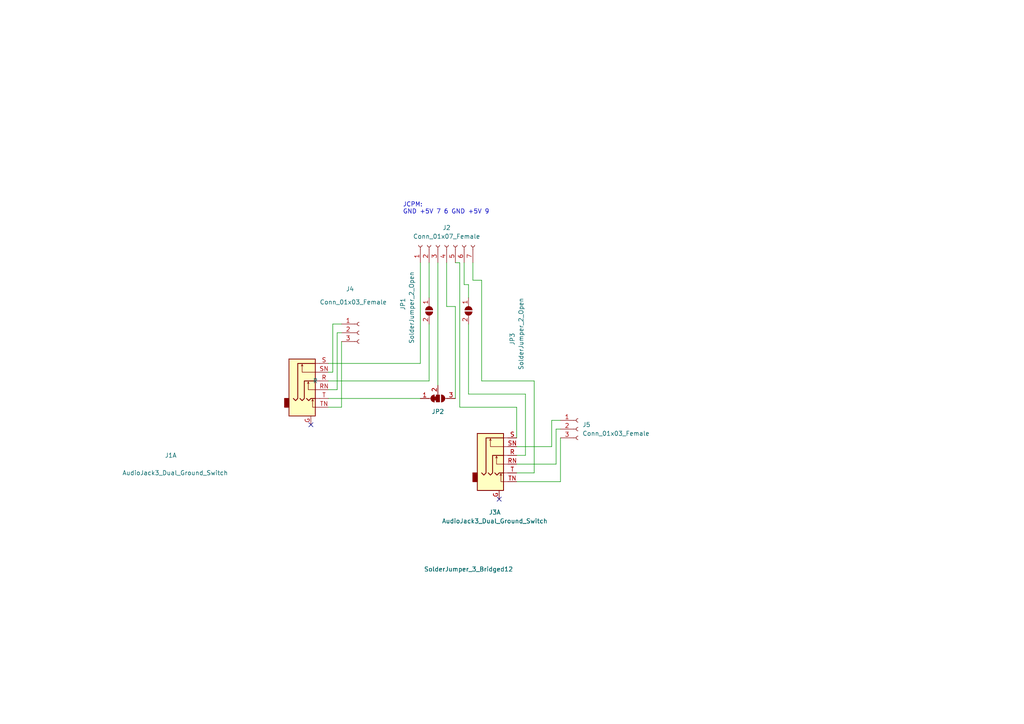
<source format=kicad_sch>
(kicad_sch (version 20211123) (generator eeschema)
  (paper "A4")
  (lib_symbols
    (symbol "AudioJack3_Dual_Ground_Switch_1"
      (property "Reference" "J1" (at -40.64 -21.59 0))
      (property "Value" "AudioJack3_Dual_Ground_Switch" (at -39.37 -26.67 0))
      (symbol "AudioJack3_Dual_Ground_Switch_1_0_1"
        (rectangle (start -6.35 -5.08) (end -7.62 -7.62) (stroke (width 0.254)) (fill (type outline)))
        (polyline (pts (xy -2.54 4.826) (xy -2.286 4.318)))
        (polyline (pts (xy -0.762 -0.254) (xy -0.508 -0.762)))
        (polyline (pts (xy 0.508 -5.334) (xy 0.762 -5.842)))
        (polyline (pts (xy 1.27 0) (xy 2.54 0)))
        (polyline (pts (xy 2.54 -5.08) (xy 1.27 -5.08)))
        (polyline (pts (xy 2.54 5.08) (xy 1.27 5.08)))
        (polyline (pts (xy -1.27 -5.08) (xy -0.635 -5.715) (xy 0 -5.08) (xy 1.27 -5.08)) (stroke (width 0.254)))
        (polyline (pts (xy 2.54 -7.62) (xy 0.508 -7.62) (xy 0.508 -5.334) (xy 0.254 -5.842)))
        (polyline (pts (xy 2.54 -2.54) (xy -0.762 -2.54) (xy -0.762 -0.254) (xy -1.016 -0.762)))
        (polyline (pts (xy 2.54 2.54) (xy -2.54 2.54) (xy -2.54 4.826) (xy -2.794 4.318)))
        (polyline (pts (xy -3.175 -5.08) (xy -2.54 -5.715) (xy -1.905 -5.08) (xy -1.905 0) (xy 1.27 0)) (stroke (width 0.254)))
        (polyline (pts (xy 1.27 5.08) (xy -3.81 5.08) (xy -3.81 -5.08) (xy -4.445 -5.715) (xy -5.08 -5.08)) (stroke (width 0.254)))
        (rectangle (start 1.27 6.35) (end -6.35 -10.16) (stroke (width 0.254)) (fill (type background)))
      )
      (symbol "AudioJack3_Dual_Ground_Switch_1_1_1"
        (pin passive line (at 0 -12.7 90) (length 2.54) (name "~") (number "G"))
        (pin passive line (at 5.08 0 180) (length 2.54) (name "R") (number "R"))
        (pin passive line (at 5.08 -2.54 180) (length 2.54) (name "~") (number "RN"))
        (pin passive line (at 5.08 5.08 180) (length 2.54) (name "~") (number "S"))
        (pin passive line (at 5.08 2.54 180) (length 2.54) (name "~") (number "SN"))
        (pin passive line (at 5.08 -5.08 180) (length 2.54) (name "~") (number "T"))
        (pin passive line (at 5.08 -7.62 180) (length 2.54) (name "~") (number "TN"))
      )
      (symbol "AudioJack3_Dual_Ground_Switch_1_2_1"
        (pin passive line (at 5.08 0 180) (length 2.54) (name "R") (number "R2"))
        (pin passive line (at 5.08 -2.54 180) (length 2.54) (name "~") (number "RN2"))
        (pin passive line (at 5.08 5.08 180) (length 2.54) (name "~") (number "S2"))
        (pin passive line (at 5.08 2.54 180) (length 2.54) (name "~") (number "SN2"))
        (pin passive line (at 5.08 -5.08 180) (length 2.54) (name "~") (number "T2"))
        (pin passive line (at 5.08 -7.62 180) (length 2.54) (name "~") (number "TN2"))
      )
    )
    (symbol "Connector:AudioJack3_Dual_Ground_Switch"
      (property "Reference" "J3" (at -1.27 -16.51 0))
      (property "Value" "AudioJack3_Dual_Ground_Switch" (at -1.27 -19.05 0))
      (symbol "AudioJack3_Dual_Ground_Switch_0_1"
        (rectangle (start -6.35 -5.08) (end -7.62 -7.62) (stroke (width 0.254)) (fill (type outline)))
        (polyline (pts (xy -2.54 4.826) (xy -2.286 4.318)))
        (polyline (pts (xy -0.762 -0.254) (xy -0.508 -0.762)))
        (polyline (pts (xy 0.508 -5.334) (xy 0.762 -5.842)))
        (polyline (pts (xy 1.27 0) (xy 2.54 0)))
        (polyline (pts (xy 2.54 -5.08) (xy 1.27 -5.08)))
        (polyline (pts (xy 2.54 5.08) (xy 1.27 5.08)))
        (polyline (pts (xy -1.27 -5.08) (xy -0.635 -5.715) (xy 0 -5.08) (xy 1.27 -5.08)) (stroke (width 0.254)))
        (polyline (pts (xy 2.54 -7.62) (xy 0.508 -7.62) (xy 0.508 -5.334) (xy 0.254 -5.842)))
        (polyline (pts (xy 2.54 -2.54) (xy -0.762 -2.54) (xy -0.762 -0.254) (xy -1.016 -0.762)))
        (polyline (pts (xy 2.54 2.54) (xy -2.54 2.54) (xy -2.54 4.826) (xy -2.794 4.318)))
        (polyline (pts (xy -3.175 -5.08) (xy -2.54 -5.715) (xy -1.905 -5.08) (xy -1.905 0) (xy 1.27 0)) (stroke (width 0.254)))
        (polyline (pts (xy 1.27 5.08) (xy -3.81 5.08) (xy -3.81 -5.08) (xy -4.445 -5.715) (xy -5.08 -5.08)) (stroke (width 0.254)))
        (rectangle (start 1.27 6.35) (end -6.35 -10.16) (stroke (width 0.254)) (fill (type background)))
      )
      (symbol "AudioJack3_Dual_Ground_Switch_1_1"
        (pin passive line (at 0 -12.7 90) (length 2.54) (name "~") (number "G"))
        (pin passive line (at 5.08 0 180) (length 2.54) (name "~") (number "R"))
        (pin passive line (at 5.08 -2.54 180) (length 2.54) (name "~") (number "RN"))
        (pin passive line (at 5.08 5.08 180) (length 2.54) (name "~") (number "S"))
        (pin passive line (at 5.08 2.54 180) (length 2.54) (name "~") (number "SN"))
        (pin passive line (at 5.08 -5.08 180) (length 2.54) (name "~") (number "T"))
        (pin passive line (at 5.08 -7.62 180) (length 2.54) (name "~") (number "TN"))
      )
      (symbol "AudioJack3_Dual_Ground_Switch_2_1"
        (pin passive line (at 5.08 0 180) (length 2.54) (name "~") (number "R2"))
        (pin passive line (at 5.08 -2.54 180) (length 2.54) (name "~") (number "RN2"))
        (pin passive line (at 5.08 5.08 180) (length 2.54) (name "~") (number "S2"))
        (pin passive line (at 5.08 2.54 180) (length 2.54) (name "~") (number "SN2"))
        (pin passive line (at 5.08 -5.08 180) (length 2.54) (name "~") (number "T2"))
        (pin passive line (at 5.08 -7.62 180) (length 2.54) (name "~") (number "TN2"))
      )
    )
    (symbol "Connector:Conn_01x03_Female" (pin_names (offset 1.016) hide)
      (property "Reference" "J" (at 0 5.08 0))
      (property "Value" "Conn_01x03_Female" (at 0 -5.08 0))
      (symbol "Conn_01x03_Female_1_1"
        (arc (start 0 -2.032) (mid -0.508 -2.54) (end 0 -3.048) (stroke (width 0.1524)))
        (polyline (pts (xy -1.27 -2.54) (xy -0.508 -2.54)) (stroke (width 0.1524)))
        (polyline (pts (xy -1.27 0) (xy -0.508 0)) (stroke (width 0.1524)))
        (polyline (pts (xy -1.27 2.54) (xy -0.508 2.54)) (stroke (width 0.1524)))
        (arc (start 0 0.508) (mid -0.508 0) (end 0 -0.508) (stroke (width 0.1524)))
        (arc (start 0 3.048) (mid -0.508 2.54) (end 0 2.032) (stroke (width 0.1524)))
        (pin passive line (at -5.08 2.54 0) (length 3.81) (name "Pin_1") (number "1"))
        (pin passive line (at -5.08 0 0) (length 3.81) (name "Pin_2") (number "2"))
        (pin passive line (at -5.08 -2.54 0) (length 3.81) (name "Pin_3") (number "3"))
      )
    )
    (symbol "Connector:Conn_01x07_Female" (pin_names (offset 1.016) hide)
      (property "Reference" "J" (at 0 10.16 0))
      (property "Value" "Conn_01x07_Female" (at 0 -10.16 0))
      (symbol "Conn_01x07_Female_1_1"
        (arc (start 0 -7.112) (mid -0.508 -7.62) (end 0 -8.128) (stroke (width 0.1524)))
        (arc (start 0 -4.572) (mid -0.508 -5.08) (end 0 -5.588) (stroke (width 0.1524)))
        (arc (start 0 -2.032) (mid -0.508 -2.54) (end 0 -3.048) (stroke (width 0.1524)))
        (polyline (pts (xy -1.27 -7.62) (xy -0.508 -7.62)) (stroke (width 0.1524)))
        (polyline (pts (xy -1.27 -5.08) (xy -0.508 -5.08)) (stroke (width 0.1524)))
        (polyline (pts (xy -1.27 -2.54) (xy -0.508 -2.54)) (stroke (width 0.1524)))
        (polyline (pts (xy -1.27 0) (xy -0.508 0)) (stroke (width 0.1524)))
        (polyline (pts (xy -1.27 2.54) (xy -0.508 2.54)) (stroke (width 0.1524)))
        (polyline (pts (xy -1.27 5.08) (xy -0.508 5.08)) (stroke (width 0.1524)))
        (polyline (pts (xy -1.27 7.62) (xy -0.508 7.62)) (stroke (width 0.1524)))
        (arc (start 0 0.508) (mid -0.508 0) (end 0 -0.508) (stroke (width 0.1524)))
        (arc (start 0 3.048) (mid -0.508 2.54) (end 0 2.032) (stroke (width 0.1524)))
        (arc (start 0 5.588) (mid -0.508 5.08) (end 0 4.572) (stroke (width 0.1524)))
        (arc (start 0 8.128) (mid -0.508 7.62) (end 0 7.112) (stroke (width 0.1524)))
        (pin passive line (at -5.08 7.62 0) (length 3.81) (name "Pin_1") (number "1"))
        (pin passive line (at -5.08 5.08 0) (length 3.81) (name "Pin_2") (number "2"))
        (pin passive line (at -5.08 2.54 0) (length 3.81) (name "Pin_3") (number "3"))
        (pin passive line (at -5.08 0 0) (length 3.81) (name "Pin_4") (number "4"))
        (pin passive line (at -5.08 -2.54 0) (length 3.81) (name "Pin_5") (number "5"))
        (pin passive line (at -5.08 -5.08 0) (length 3.81) (name "Pin_6") (number "6"))
        (pin passive line (at -5.08 -7.62 0) (length 3.81) (name "Pin_7") (number "7"))
      )
    )
    (symbol "Jumper:SolderJumper_2_Open" (pin_names (offset 0) hide)
      (property "Reference" "JP" (at 0 2.032 0))
      (property "Value" "SolderJumper_2_Open" (at 0 -2.54 0))
      (symbol "SolderJumper_2_Open_0_1"
        (arc (start -0.254 1.016) (mid -1.27 0) (end -0.254 -1.016))
        (arc (start -0.254 1.016) (mid -1.27 0) (end -0.254 -1.016) (fill (type outline)))
        (polyline (pts (xy -0.254 1.016) (xy -0.254 -1.016)))
        (polyline (pts (xy 0.254 1.016) (xy 0.254 -1.016)))
        (arc (start 0.254 -1.016) (mid 1.27 0) (end 0.254 1.016))
        (arc (start 0.254 -1.016) (mid 1.27 0) (end 0.254 1.016) (fill (type outline)))
      )
      (symbol "SolderJumper_2_Open_1_1"
        (pin passive line (at -3.81 0 0) (length 2.54) (name "A") (number "1"))
        (pin passive line (at 3.81 0 180) (length 2.54) (name "B") (number "2"))
      )
    )
    (symbol "Jumper:SolderJumper_3_Bridged12" (pin_names (offset 0) hide)
      (property "Reference" "JP" (at -2.54 -2.54 0))
      (property "Value" "SolderJumper_3_Bridged12" (at 0 2.794 0))
      (symbol "SolderJumper_3_Bridged12_0_1"
        (rectangle (start -1.016 0.508) (end -0.508 -0.508) (fill (type outline)))
        (arc (start -1.016 1.016) (mid -2.032 0) (end -1.016 -1.016))
        (arc (start -1.016 1.016) (mid -2.032 0) (end -1.016 -1.016) (fill (type outline)))
        (rectangle (start -0.508 1.016) (end 0.508 -1.016) (fill (type outline)))
        (polyline (pts (xy -2.54 0) (xy -2.032 0)))
        (polyline (pts (xy -1.016 1.016) (xy -1.016 -1.016)))
        (polyline (pts (xy 0 -1.27) (xy 0 -1.016)))
        (polyline (pts (xy 1.016 1.016) (xy 1.016 -1.016)))
        (polyline (pts (xy 2.54 0) (xy 2.032 0)))
        (arc (start 1.016 -1.016) (mid 2.032 0) (end 1.016 1.016))
        (arc (start 1.016 -1.016) (mid 2.032 0) (end 1.016 1.016) (fill (type outline)))
      )
      (symbol "SolderJumper_3_Bridged12_1_1"
        (pin passive line (at -5.08 0 0) (length 2.54) (name "A") (number "1"))
        (pin input line (at 0 -3.81 90) (length 2.54) (name "C") (number "2"))
        (pin passive line (at 5.08 0 180) (length 2.54) (name "B") (number "3"))
      )
    )
  )
  (no_connect (at 144.78 144.78))
  (no_connect (at 90.17 123.19))
  (wire (pts (xy 127 111.76) (xy 127 76.2)))
  (wire (pts (xy 95.25 107.95) (xy 96.52 107.95)))
  (wire (pts (xy 134.62 76.2) (xy 134.62 82.55)))
  (wire (pts (xy 95.25 115.57) (xy 121.92 115.57)))
  (wire (pts (xy 137.16 81.28) (xy 137.16 76.2)))
  (wire (pts (xy 149.86 137.16) (xy 154.94 137.16)))
  (wire (pts (xy 95.25 110.49) (xy 124.46 110.49)))
  (wire (pts (xy 124.46 76.2) (xy 124.46 86.36)))
  (wire (pts (xy 95.25 105.41) (xy 121.92 105.41)))
  (wire (pts (xy 139.7 110.49) (xy 139.7 81.28)))
  (wire (pts (xy 149.86 118.11) (xy 149.86 127)))
  (wire (pts (xy 161.29 134.62) (xy 161.29 124.46)))
  (wire (pts (xy 97.79 113.03) (xy 97.79 96.52)))
  (wire (pts (xy 95.25 113.03) (xy 97.79 113.03)))
  (wire (pts (xy 96.52 107.95) (xy 96.52 93.98)))
  (wire (pts (xy 132.08 115.57) (xy 132.08 88.9)))
  (wire (pts (xy 152.4 132.08) (xy 152.4 114.3)))
  (wire (pts (xy 152.4 114.3) (xy 135.89 114.3)))
  (wire (pts (xy 154.94 137.16) (xy 154.94 110.49)))
  (wire (pts (xy 149.86 139.7) (xy 162.56 139.7)))
  (wire (pts (xy 135.89 82.55) (xy 135.89 86.36)))
  (wire (pts (xy 133.35 76.2) (xy 132.08 76.2)))
  (wire (pts (xy 132.08 88.9) (xy 129.54 88.9)))
  (wire (pts (xy 154.94 110.49) (xy 139.7 110.49)))
  (wire (pts (xy 139.7 81.28) (xy 137.16 81.28)))
  (wire (pts (xy 135.89 114.3) (xy 135.89 93.98)))
  (wire (pts (xy 133.35 118.11) (xy 149.86 118.11)))
  (wire (pts (xy 149.86 129.54) (xy 160.02 129.54)))
  (wire (pts (xy 124.46 93.98) (xy 124.46 110.49)))
  (wire (pts (xy 96.52 93.98) (xy 99.06 93.98)))
  (wire (pts (xy 160.02 129.54) (xy 160.02 121.92)))
  (wire (pts (xy 97.79 96.52) (xy 99.06 96.52)))
  (wire (pts (xy 160.02 121.92) (xy 162.56 121.92)))
  (wire (pts (xy 162.56 139.7) (xy 162.56 127)))
  (wire (pts (xy 133.35 76.2) (xy 133.35 118.11)))
  (wire (pts (xy 99.06 118.11) (xy 99.06 99.06)))
  (wire (pts (xy 161.29 124.46) (xy 162.56 124.46)))
  (wire (pts (xy 121.92 76.2) (xy 121.92 105.41)))
  (wire (pts (xy 149.86 134.62) (xy 161.29 134.62)))
  (wire (pts (xy 129.54 76.2) (xy 129.54 88.9)))
  (wire (pts (xy 95.25 118.11) (xy 99.06 118.11)))
  (wire (pts (xy 134.62 82.55) (xy 135.89 82.55)))
  (wire (pts (xy 149.86 132.08) (xy 152.4 132.08)))
  (text "JCPM:\nGND +5V 7 6 GND +5V 9" (at 116.84 62.23 0) (effects (font (size 1.27 1.27)) (justify left bottom)))
  (symbol (lib_id "Jumper:SolderJumper_2_Open") (at 135.89 90.17 270) (unit 1)
    (property "Reference" "JP3" (at 148.59 96.52 0) (effects (justify left)))
    (property "Value" "SolderJumper_2_Open" (at 151.13 86.36 0) (effects (justify left)))
    (property "Footprint" "Jumper:SolderJumper-2_P1.3mm_Open_RoundedPad1.0x1.5mm" (effects hide))
  )
  (symbol (lib_id "Jumper:SolderJumper_2_Open") (at 124.46 90.17 270) (unit 1)
    (property "Reference" "JP1" (at 116.84 86.36 0) (effects (justify left)))
    (property "Value" "SolderJumper_2_Open" (at 119.38 78.74 0) (effects (justify left)))
    (property "Footprint" "Jumper:SolderJumper-2_P1.3mm_Open_RoundedPad1.0x1.5mm" (effects hide))
  )
  (symbol (lib_id "Connector:Conn_01x03_Female") (at 167.64 124.46 0) (unit 1)
    (property "Reference" "J5" (at 168.91 123.1899 0) (effects (justify left)))
    (property "Value" "Conn_01x03_Female" (at 168.91 125.7299 0) (effects (justify left)))
    (property "Footprint" "Connector_PinHeader_2.54mm:PinHeader_1x03_P2.54mm_Vertical" (effects hide))
  )
  (symbol (lib_id "Connector:Conn_01x07_Female") (at 129.54 71.12 90) (unit 1)
    (property "Reference" "J2" (at 129.54 66.04 90))
    (property "Value" "Conn_01x07_Female" (at 129.54 68.58 90))
    (property "Footprint" "Connector_PinHeader_2.54mm:PinHeader_1x07_P2.54mm_Horizontal" (effects hide))
  )
  (symbol (lib_id "Jumper:SolderJumper_3_Bridged12") (at 127 115.57 0) (mirror x) (unit 1)
    (property "Reference" "JP2" (at 127 119.38 0))
    (property "Value" "SolderJumper_3_Bridged12" (at 135.89 165.1 0))
    (property "Footprint" "Jumper:SolderJumper-3_P1.3mm_Bridged12_RoundedPad1.0x1.5mm" (effects hide))
  )
  (symbol (lib_name "AudioJack3_Dual_Ground_Switch_1") (lib_id "Connector:AudioJack3_Dual_Ground_Switch") (at 90.17 110.49 0) (unit 1)
    (property "Reference" "J1" (at 49.53 132.08 0))
    (property "Value" "AudioJack3_Dual_Ground_Switch" (at 50.8 137.16 0))
    (property "Footprint" "Connector_Audio:Jack_6.35mm_Neutrik_NMJ6HCD3_Horizontal" (effects hide))
  )
  (symbol (lib_id "Connector:Conn_01x03_Female") (at 104.14 96.52 0) (unit 1)
    (property "Reference" "J4" (at 100.33 83.82 0) (effects (justify left)))
    (property "Value" "Conn_01x03_Female" (at 92.71 87.63 0) (effects (justify left)))
    (property "Footprint" "Connector_PinHeader_2.54mm:PinHeader_1x03_P2.54mm_Vertical" (effects hide))
  )
  (symbol (lib_id "Connector:AudioJack3_Dual_Ground_Switch") (at 144.78 132.08 0) (unit 1)
    (property "Reference" "J3" (at 143.51 148.59 0))
    (property "Value" "AudioJack3_Dual_Ground_Switch" (at 143.51 151.13 0))
    (property "Footprint" "Connector_Audio:Jack_6.35mm_Neutrik_NMJ6HCD3_Horizontal" (effects hide))
  )
)
</source>
